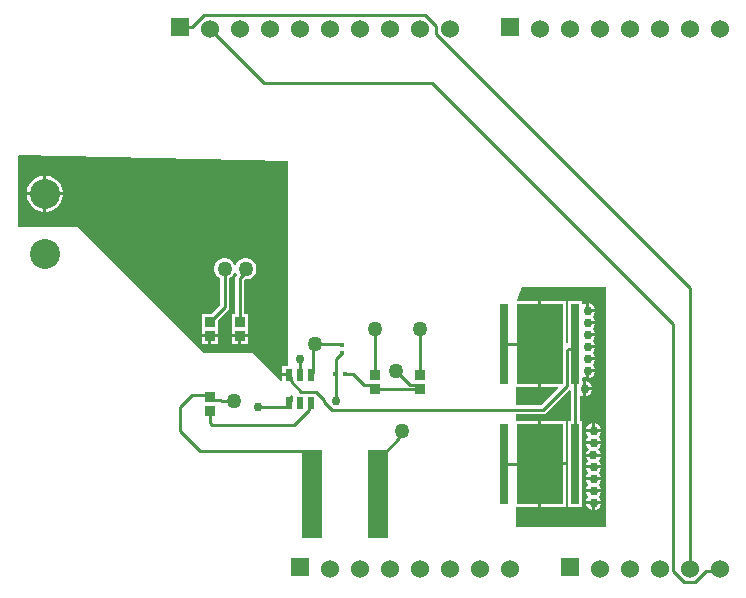
<source format=gtl>
G04*
G04 #@! TF.GenerationSoftware,Altium Limited,Altium Designer,23.3.1 (30)*
G04*
G04 Layer_Physical_Order=1*
G04 Layer_Color=255*
%FSLAX44Y44*%
%MOMM*%
G71*
G04*
G04 #@! TF.SameCoordinates,92076935-D0C0-4AE0-889B-4FEA7ABF897C*
G04*
G04*
G04 #@! TF.FilePolarity,Positive*
G04*
G01*
G75*
%ADD13C,0.2540*%
%ADD14R,0.8500X0.8500*%
%ADD15R,0.6000X1.0000*%
%ADD16R,0.7000X6.7600*%
%ADD17R,3.9000X6.7600*%
%ADD18R,1.8000X7.5000*%
%ADD19R,0.3500X0.4500*%
%ADD20R,0.4500X0.4500*%
%ADD30C,2.5400*%
%ADD31C,1.5240*%
%ADD32R,1.5240X1.5240*%
%ADD33C,0.7620*%
%ADD34C,1.2700*%
G36*
X243840Y370840D02*
Y197340D01*
X238960D01*
Y191070D01*
X244500D01*
Y188530D01*
X238960D01*
Y184476D01*
X237690Y183950D01*
X213360Y208280D01*
X172720D01*
X66040Y314960D01*
X15240D01*
Y375012D01*
X16148Y375900D01*
X243840Y370840D01*
D02*
G37*
G36*
X513080Y60960D02*
X436880D01*
Y77960D01*
X455930D01*
Y114300D01*
Y150640D01*
X436880D01*
Y156135D01*
X460008D01*
X461495Y156431D01*
X462755Y157273D01*
X482045Y176563D01*
X483315Y176037D01*
Y150640D01*
X481160D01*
Y77960D01*
X493240D01*
Y150640D01*
X491085D01*
Y171298D01*
X492355Y172069D01*
X494030Y171375D01*
Y177722D01*
Y184077D01*
X493240Y184605D01*
Y187000D01*
X494510Y187546D01*
X496570Y186693D01*
Y193040D01*
X497840D01*
Y194310D01*
X504187D01*
X503223Y196637D01*
X501740Y198120D01*
X503223Y199603D01*
X504187Y201930D01*
X497840D01*
Y204470D01*
X504187D01*
X503223Y206797D01*
X501740Y208280D01*
X503223Y209763D01*
X504187Y212090D01*
X497840D01*
Y214630D01*
X504187D01*
X503223Y216957D01*
X501740Y218440D01*
X503223Y219923D01*
X504187Y222250D01*
X497840D01*
Y224790D01*
X504187D01*
X503223Y227117D01*
X501740Y228600D01*
X503223Y230083D01*
X504187Y232410D01*
X497840D01*
Y234950D01*
X504187D01*
X503223Y237277D01*
X501740Y238760D01*
X503223Y240243D01*
X504187Y242570D01*
X497840D01*
Y243840D01*
X496570D01*
Y250187D01*
X494510Y249334D01*
X493240Y249880D01*
Y252240D01*
X481160D01*
Y216504D01*
X480510Y216132D01*
X479240Y216854D01*
Y252240D01*
X458470D01*
Y215900D01*
Y179560D01*
X472395D01*
X472881Y178387D01*
X458399Y163905D01*
X436880D01*
Y179560D01*
X455930D01*
Y215900D01*
Y252240D01*
X439073D01*
X438330Y253270D01*
X441960Y264160D01*
X513080D01*
Y60960D01*
D02*
G37*
%LPC*%
G36*
X39601Y358140D02*
X39370D01*
Y344170D01*
X53340D01*
Y344401D01*
X52754Y347345D01*
X51606Y350119D01*
X49938Y352615D01*
X47815Y354738D01*
X45319Y356405D01*
X42545Y357554D01*
X39601Y358140D01*
D02*
G37*
G36*
X36830D02*
X36599D01*
X33655Y357554D01*
X30881Y356405D01*
X28385Y354738D01*
X26262Y352615D01*
X24595Y350119D01*
X23446Y347345D01*
X22860Y344401D01*
Y344170D01*
X36830D01*
Y358140D01*
D02*
G37*
G36*
X53340Y341630D02*
X39370D01*
Y327660D01*
X39601D01*
X42545Y328246D01*
X45319Y329394D01*
X47815Y331062D01*
X49938Y333185D01*
X51606Y335681D01*
X52754Y338455D01*
X53340Y341399D01*
Y341630D01*
D02*
G37*
G36*
X36830D02*
X22860D01*
Y341399D01*
X23446Y338455D01*
X24595Y335681D01*
X26262Y333185D01*
X28385Y331062D01*
X30881Y329394D01*
X33655Y328246D01*
X36599Y327660D01*
X36830D01*
Y341630D01*
D02*
G37*
G36*
X209450Y288290D02*
X207110D01*
X204849Y287684D01*
X202821Y286514D01*
X201166Y284859D01*
X200066Y282953D01*
X199390Y282850D01*
X198714Y282953D01*
X197614Y284859D01*
X195959Y286514D01*
X193931Y287684D01*
X191670Y288290D01*
X189330D01*
X187069Y287684D01*
X185041Y286514D01*
X183386Y284859D01*
X182216Y282831D01*
X181610Y280570D01*
Y278230D01*
X182216Y275969D01*
X183386Y273941D01*
X185041Y272286D01*
X186615Y271378D01*
Y248659D01*
X179096Y241140D01*
X171010D01*
Y227560D01*
Y224120D01*
X177800D01*
X184590D01*
Y227560D01*
Y235646D01*
X193247Y244303D01*
X194089Y245563D01*
X194385Y247050D01*
Y271378D01*
X195959Y272286D01*
X197614Y273941D01*
X198714Y275847D01*
X199390Y275950D01*
X200066Y275847D01*
X200767Y274632D01*
X200453Y274318D01*
X199611Y273057D01*
X199315Y271571D01*
Y241140D01*
X196410D01*
Y227560D01*
Y224120D01*
X203200D01*
X209990D01*
Y227560D01*
Y241140D01*
X207085D01*
Y269962D01*
X207633Y270510D01*
X209450D01*
X211711Y271116D01*
X213739Y272286D01*
X215394Y273941D01*
X216564Y275969D01*
X217170Y278230D01*
Y280570D01*
X216564Y282831D01*
X215394Y284859D01*
X213739Y286514D01*
X211711Y287684D01*
X209450Y288290D01*
D02*
G37*
G36*
X209990Y221580D02*
X204470D01*
Y216060D01*
X209990D01*
Y221580D01*
D02*
G37*
G36*
X201930D02*
X196410D01*
Y216060D01*
X201930D01*
Y221580D01*
D02*
G37*
G36*
X184590D02*
X179070D01*
Y216060D01*
X184590D01*
Y221580D01*
D02*
G37*
G36*
X176530D02*
X171010D01*
Y216060D01*
X176530D01*
Y221580D01*
D02*
G37*
G36*
X499110Y250187D02*
Y245110D01*
X504187D01*
X503223Y247437D01*
X501437Y249223D01*
X499110Y250187D01*
D02*
G37*
G36*
X504187Y191770D02*
X499110D01*
Y186693D01*
X501437Y187657D01*
X503223Y189443D01*
X504187Y191770D01*
D02*
G37*
G36*
X496570Y184070D02*
Y178993D01*
X501647D01*
X500683Y181320D01*
X498897Y183106D01*
X496570Y184070D01*
D02*
G37*
G36*
X501647Y176453D02*
X496570D01*
Y171375D01*
X498897Y172339D01*
X500683Y174125D01*
X501647Y176453D01*
D02*
G37*
G36*
X504190Y148587D02*
Y143510D01*
X509267D01*
X508303Y145837D01*
X506517Y147623D01*
X504190Y148587D01*
D02*
G37*
G36*
X501650D02*
X499323Y147623D01*
X497537Y145837D01*
X496573Y143510D01*
X501650D01*
Y148587D01*
D02*
G37*
G36*
X509267Y140970D02*
X496573D01*
X497537Y138643D01*
X499020Y137160D01*
X497537Y135677D01*
X496573Y133350D01*
X509267D01*
X508303Y135677D01*
X506820Y137160D01*
X508303Y138643D01*
X509267Y140970D01*
D02*
G37*
G36*
Y130810D02*
X496573D01*
X497537Y128483D01*
X499002Y127018D01*
X497220Y125237D01*
X496256Y122910D01*
X508951D01*
X507987Y125237D01*
X506522Y126702D01*
X508303Y128483D01*
X509267Y130810D01*
D02*
G37*
G36*
X479240Y150640D02*
X458470D01*
Y115570D01*
X479240D01*
Y150640D01*
D02*
G37*
G36*
X508951Y120370D02*
X496256D01*
X497220Y118043D01*
X498721Y116542D01*
X497537Y115357D01*
X496573Y113030D01*
X509267D01*
X508303Y115357D01*
X506802Y116858D01*
X507987Y118043D01*
X508951Y120370D01*
D02*
G37*
G36*
X509267Y110490D02*
X496573D01*
X497537Y108163D01*
X499020Y106680D01*
X497537Y105197D01*
X496573Y102870D01*
X509267D01*
X508303Y105197D01*
X506820Y106680D01*
X508303Y108163D01*
X509267Y110490D01*
D02*
G37*
G36*
Y100330D02*
X496573D01*
X497537Y98003D01*
X499020Y96520D01*
X497537Y95037D01*
X496573Y92710D01*
X509267D01*
X508303Y95037D01*
X506820Y96520D01*
X508303Y98003D01*
X509267Y100330D01*
D02*
G37*
G36*
Y90170D02*
X496573D01*
X497537Y87843D01*
X499020Y86360D01*
X497537Y84877D01*
X496573Y82550D01*
X509267D01*
X508303Y84877D01*
X506820Y86360D01*
X508303Y87843D01*
X509267Y90170D01*
D02*
G37*
G36*
X479240Y113030D02*
X458470D01*
Y77960D01*
X479240D01*
Y113030D01*
D02*
G37*
G36*
X509267Y80010D02*
X504190D01*
Y74933D01*
X506517Y75897D01*
X508303Y77683D01*
X509267Y80010D01*
D02*
G37*
G36*
X501650D02*
X496573D01*
X497537Y77683D01*
X499323Y75897D01*
X501650Y74933D01*
Y80010D01*
D02*
G37*
%LPD*%
D13*
X284100Y190500D02*
X284480Y190880D01*
Y202700D01*
X289560Y207780D02*
Y208280D01*
X284480Y202700D02*
X289560Y207780D01*
X289080Y215340D02*
X289560Y214860D01*
X267260Y215340D02*
X289080D01*
X266700Y215900D02*
X267260Y215340D01*
X289560Y214780D02*
Y214860D01*
X254000Y189800D02*
Y203200D01*
X180780Y167870D02*
X186988D01*
X187218Y167640D01*
X198120D01*
X177800Y170850D02*
X180780Y167870D01*
X152400Y162560D02*
X162560Y172720D01*
X172720D01*
X152400Y142240D02*
Y162560D01*
X169510Y125130D02*
X256370D01*
X152400Y142240D02*
X169510Y125130D01*
X264100Y88900D02*
Y117400D01*
X256370Y125130D02*
X264100Y117400D01*
X335280Y193040D02*
X347540Y180780D01*
X352620D01*
X355600Y177800D01*
X338416Y140296D02*
X340360Y142240D01*
X320100Y117400D02*
X338416Y135716D01*
X320100Y88900D02*
Y117400D01*
X338416Y135716D02*
Y140296D01*
X281324Y160020D02*
X460008D01*
X274503Y166840D02*
X281324Y160020D01*
X274503Y166840D02*
Y168185D01*
X267683Y175005D02*
X274503Y168185D01*
X246230Y184182D02*
X255407Y175005D01*
X267683D01*
X460008Y160020D02*
X480510Y180522D01*
Y210370D01*
X481998Y211858D01*
X484102D01*
X248908Y147320D02*
X261770Y160182D01*
X177800Y148808D02*
Y159350D01*
X179288Y147320D02*
X248908D01*
X177800Y148808D02*
X179288Y147320D01*
X427200Y114300D02*
X457200D01*
X427200Y215900D02*
X457200D01*
X246230Y184182D02*
Y188070D01*
X244500Y189800D02*
X246230Y188070D01*
X484102Y211858D02*
X487200Y208760D01*
Y114300D02*
Y208760D01*
X177800Y482600D02*
X223520Y436880D01*
X365760D01*
X570230Y232410D01*
Y23205D02*
Y232410D01*
Y23205D02*
X579465Y13970D01*
X588935D01*
X598170Y23205D01*
X607406D01*
X609600Y25400D01*
X152400Y483870D02*
X162906D01*
X173065Y494030D01*
X360335D01*
X369570Y477865D02*
X584200Y263235D01*
Y25400D02*
Y263235D01*
X369570Y477865D02*
Y484795D01*
X360335Y494030D02*
X369570Y484795D01*
X242770Y162560D02*
X244500Y164290D01*
X218440Y162560D02*
X242770D01*
X244500Y164290D02*
Y165800D01*
X284290Y167830D02*
Y190310D01*
X284100Y190500D02*
X284290Y190310D01*
Y167830D02*
X284480Y167640D01*
X261770Y160182D02*
Y164070D01*
X263500Y165800D01*
X246230Y167530D02*
Y171418D01*
X244500Y165800D02*
X246230Y167530D01*
X317500Y177800D02*
X355600D01*
X308660Y180780D02*
X314520D01*
X292100Y190500D02*
X298940D01*
X308660Y180780D01*
X314520D02*
X317500Y177800D01*
X265100Y191400D02*
Y214300D01*
X266700Y215900D01*
X263500Y189800D02*
X265100Y191400D01*
X355600Y189300D02*
Y228600D01*
X317500Y189300D02*
Y228600D01*
X177800Y234350D02*
X190500Y247050D01*
Y279400D01*
X203200Y271571D02*
X208280Y276651D01*
X203200Y234350D02*
Y271571D01*
X208280Y276651D02*
Y279400D01*
D14*
X355600Y177800D02*
D03*
Y189300D02*
D03*
X203200Y234350D02*
D03*
Y222850D02*
D03*
X177800Y159350D02*
D03*
Y170850D02*
D03*
X317500Y189300D02*
D03*
Y177800D02*
D03*
X177800Y234350D02*
D03*
Y222850D02*
D03*
D15*
X263500Y165800D02*
D03*
X254000D02*
D03*
X244500D02*
D03*
Y189800D02*
D03*
X254000D02*
D03*
X263500D02*
D03*
D16*
X487200Y215900D02*
D03*
X427200D02*
D03*
X487200Y114300D02*
D03*
X427200D02*
D03*
D17*
X457200Y215900D02*
D03*
Y114300D02*
D03*
D18*
X264100Y88900D02*
D03*
X320100D02*
D03*
D19*
X289560Y214780D02*
D03*
Y208280D02*
D03*
D20*
X292100Y190500D02*
D03*
X284100D02*
D03*
D30*
X38100Y292100D02*
D03*
Y342900D02*
D03*
D31*
X609600Y482600D02*
D03*
X584200D02*
D03*
X457200D02*
D03*
X482600D02*
D03*
X508000D02*
D03*
X533400D02*
D03*
X558800D02*
D03*
X381000D02*
D03*
X355600D02*
D03*
X330200D02*
D03*
X304800D02*
D03*
X177800D02*
D03*
X203200D02*
D03*
X228600D02*
D03*
X254000D02*
D03*
X279400D02*
D03*
X431800Y25400D02*
D03*
X406400D02*
D03*
X279400D02*
D03*
X304800D02*
D03*
X330200D02*
D03*
X355600D02*
D03*
X381000D02*
D03*
X609600D02*
D03*
X584200D02*
D03*
X558800D02*
D03*
X533400D02*
D03*
X508000D02*
D03*
D32*
X431800Y483870D02*
D03*
X152400D02*
D03*
X254000Y26670D02*
D03*
X482600D02*
D03*
D33*
X254000Y203200D02*
D03*
X502604Y121640D02*
D03*
X495300Y177722D02*
D03*
X502920Y101600D02*
D03*
Y111760D02*
D03*
Y91440D02*
D03*
X497840Y193040D02*
D03*
X218440Y162560D02*
D03*
X284480Y167640D02*
D03*
X497840Y243840D02*
D03*
Y233680D02*
D03*
Y223520D02*
D03*
Y213360D02*
D03*
Y203200D02*
D03*
X502920Y142240D02*
D03*
Y132080D02*
D03*
Y81280D02*
D03*
D34*
X198120Y167640D02*
D03*
X335280Y193040D02*
D03*
X340360Y142240D02*
D03*
X355600Y228600D02*
D03*
X317500D02*
D03*
X266700Y215900D02*
D03*
X208280Y279400D02*
D03*
X190500D02*
D03*
M02*

</source>
